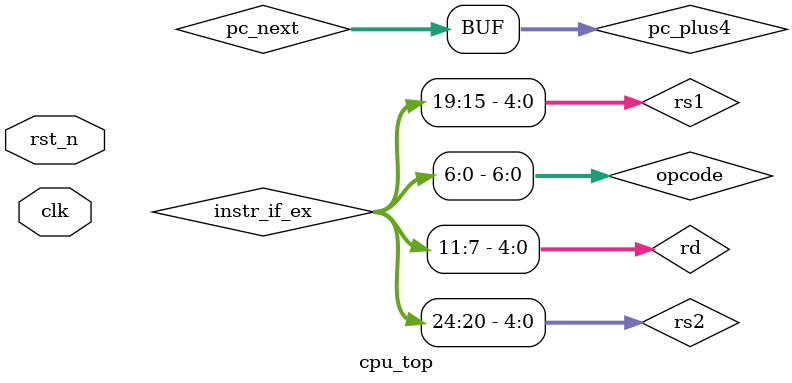
<source format=sv>
module cpu_top (
    input clk,
    input rst_n 
);

// -------------------------------
    // IF Stage Wires
    // -------------------------------
    logic [31:0] pc;
    logic [31:0] pc_next;
    logic [31:0] pc_plus4;
    logic [31:0] instr;

    // IF/EX pipeline register outputs
    logic [31:0] instr_if_ex;
    logic [31:0] pc_if_ex;

    // -------------------------------
    // EX Stage Wires
    // -------------------------------
    // Instruction decode fields
    logic [4:0] rs1, rs2, rd;
    logic [2:0] funct3;
    logic [6:0] funct7, opcode;
    logic alu_src;        // 0 = rs2, 1 = imm
    logic [31:0] rs1_data, rs2_data;
    logic [31:0] imm;

    // ALU wires
    logic [31:0] alu_op_b;
    logic [2:0] alu_op;
    logic [31:0] alu_result;
    logic [2:0]  alu_cntrl;
    logic zero;

    // Control signals
    logic reg_write;
    logic mem_to_reg;
    logic mem_read;
    logic mem_write;
    logic branch;

    // EX/WB pipeline register wires
    logic [31:0] alu_result_ex_wb;
    logic [31:0] mem_data_ex_wb;
    logic [4:0]  rd_ex_wb;
    logic reg_write_ex_wb;
    logic mem_to_reg_ex_wb;

    // -------------------------------
    // WB Stage Wires
    // -------------------------------
    logic [31:0] mem_data;
    logic [31:0] wb_data;


pc cpu_pc (
    .clk(clk),
    .rst_n(rst_n),
    .pc_next(pc_next),
    .pc(pc)
);

assign pc_plus4 = pc + 4;
assign pc_next = pc_plus4; // For now, no branches/jumps

imem cpu_imem (
    .address(pc),
    .instruction(instr)
);

if_ex_reg cpu_if_ex_reg (
    .clk(clk),
    .rst_n(rst_n),
    .instr_in(instr),
    .pc_plus4(pc_plus4),
    .instr_out(instr_if_ex),
    .pc_out(pc_if_ex)
);

assign opcode = instr_if_ex[6:0];
assign rd = instr_if_ex[11:7];
assign funct3 = instr_if_ex[14:12];
assign rs1 = instr_if_ex[19:15];
assign rs2 = instr_if_ex[24:20];
assign funct7 = instr_if_ex[31:25];

imm_gen cpu_imm_gen (
    .instruct(instr_if_ex),
    .imm(imm)
);

regfile cpu_reg_file (
    .clk(clk),
    .rst_n(rst_n),
    .rs1_addr(rs1),
    .rs2_addr(rs2),
    .rd_addr(rd_ex_wb),
    .we(reg_write_ex_wb),
    .wd(wb_data),
    .rs1_data(rs1_data),
    .rs2_data(rs2_data)
);

control cpu_control (
    .opcode(opcode),
    .reg_write(reg_write),
    .mem_read(mem_read),
    .mem_write(mem_write),
    .mem_to_reg(mem_to_reg),
    .alu_src(alu_src),
    .branch(branch),
    .alu_op(alu_op)
);

assign alu_op_b = (alu_src) ? imm : rs2_data;

alu_control cpu_alu_control (
    .alu_op(alu_op),
    .funct3(funct3),
    .funct7(funct7),
    .alu_cntrl(alu_cntrl)
);

alu cpu_alu (
    .op_a(rs1_data),
    .op_b(alu_op_b),
    .alu_cntrl(alu_cntrl),
    .alu_rslt(alu_result),
    .zero(zero)
);

ex_wb_reg cpu_ex_wb_reg (
    .clk(clk),
    .rst_n(rst_n),
    .alu_result_in(alu_result),
    .rd_in(rd),
    .reg_write_in(reg_write),
    .mem_data_in(mem_data),
    .mem_to_reg_in(mem_to_reg),
    .alu_result_out(alu_result_ex_wb),
    .rd_out(rd_ex_wb),
    .reg_write_out(reg_write_ex_wb),
    .mem_data_out(mem_data_ex_wb),
    .mem_to_reg_out(mem_to_reg_ex_wb)
);

dmem cpu_dmem (
    .clk(clk),
    .address(alu_result),
    .wd(rs2_data),
    .mem_read(mem_read),
    .mem_write(mem_write),
    .rd(mem_data)
);

// WB Stage (MUX)
assign wb_data = (mem_to_reg_ex_wb) ? mem_data_ex_wb : alu_result_ex_wb;

endmodule



</source>
